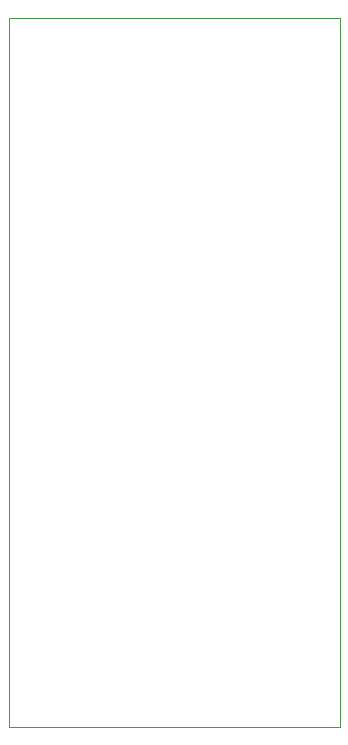
<source format=gm1>
G04 #@! TF.GenerationSoftware,KiCad,Pcbnew,(6.0.7-1)-1*
G04 #@! TF.CreationDate,2022-09-10T00:17:00+09:00*
G04 #@! TF.ProjectId,MEZ6800,4d455a36-3830-4302-9e6b-696361645f70,A*
G04 #@! TF.SameCoordinates,PX5f5e100PY8f0d180*
G04 #@! TF.FileFunction,Profile,NP*
%FSLAX46Y46*%
G04 Gerber Fmt 4.6, Leading zero omitted, Abs format (unit mm)*
G04 Created by KiCad (PCBNEW (6.0.7-1)-1) date 2022-09-10 00:17:00*
%MOMM*%
%LPD*%
G01*
G04 APERTURE LIST*
G04 #@! TA.AperFunction,Profile*
%ADD10C,0.100000*%
G04 #@! TD*
G04 APERTURE END LIST*
D10*
X0Y0D02*
X28000000Y0D01*
X28000000Y0D02*
X28000000Y60000000D01*
X28000000Y60000000D02*
X0Y60000000D01*
X0Y60000000D02*
X0Y0D01*
M02*

</source>
